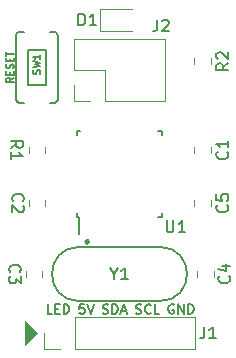
<source format=gbr>
G04 #@! TF.GenerationSoftware,KiCad,Pcbnew,7.0.6*
G04 #@! TF.CreationDate,2023-11-12T09:34:07+05:30*
G04 #@! TF.ProjectId,AVR-Miner,4156522d-4d69-46e6-9572-2e6b69636164,rev?*
G04 #@! TF.SameCoordinates,Original*
G04 #@! TF.FileFunction,Legend,Top*
G04 #@! TF.FilePolarity,Positive*
%FSLAX46Y46*%
G04 Gerber Fmt 4.6, Leading zero omitted, Abs format (unit mm)*
G04 Created by KiCad (PCBNEW 7.0.6) date 2023-11-12 09:34:07*
%MOMM*%
%LPD*%
G01*
G04 APERTURE LIST*
%ADD10C,0.100000*%
%ADD11C,0.150000*%
%ADD12C,0.250000*%
%ADD13C,0.127000*%
%ADD14C,0.120000*%
%ADD15C,0.203200*%
G04 APERTURE END LIST*
D10*
X138000000Y-100000000D02*
X137000000Y-101000000D01*
X137000000Y-99000000D01*
X138000000Y-100000000D01*
G36*
X138000000Y-100000000D02*
G01*
X137000000Y-101000000D01*
X137000000Y-99000000D01*
X138000000Y-100000000D01*
G37*
D11*
X149590476Y-97600390D02*
X149514286Y-97562295D01*
X149514286Y-97562295D02*
X149400000Y-97562295D01*
X149400000Y-97562295D02*
X149285714Y-97600390D01*
X149285714Y-97600390D02*
X149209524Y-97676580D01*
X149209524Y-97676580D02*
X149171429Y-97752771D01*
X149171429Y-97752771D02*
X149133333Y-97905152D01*
X149133333Y-97905152D02*
X149133333Y-98019438D01*
X149133333Y-98019438D02*
X149171429Y-98171819D01*
X149171429Y-98171819D02*
X149209524Y-98248009D01*
X149209524Y-98248009D02*
X149285714Y-98324200D01*
X149285714Y-98324200D02*
X149400000Y-98362295D01*
X149400000Y-98362295D02*
X149476191Y-98362295D01*
X149476191Y-98362295D02*
X149590476Y-98324200D01*
X149590476Y-98324200D02*
X149628572Y-98286104D01*
X149628572Y-98286104D02*
X149628572Y-98019438D01*
X149628572Y-98019438D02*
X149476191Y-98019438D01*
X149971429Y-98362295D02*
X149971429Y-97562295D01*
X149971429Y-97562295D02*
X150428572Y-98362295D01*
X150428572Y-98362295D02*
X150428572Y-97562295D01*
X150809524Y-98362295D02*
X150809524Y-97562295D01*
X150809524Y-97562295D02*
X151000000Y-97562295D01*
X151000000Y-97562295D02*
X151114286Y-97600390D01*
X151114286Y-97600390D02*
X151190476Y-97676580D01*
X151190476Y-97676580D02*
X151228571Y-97752771D01*
X151228571Y-97752771D02*
X151266667Y-97905152D01*
X151266667Y-97905152D02*
X151266667Y-98019438D01*
X151266667Y-98019438D02*
X151228571Y-98171819D01*
X151228571Y-98171819D02*
X151190476Y-98248009D01*
X151190476Y-98248009D02*
X151114286Y-98324200D01*
X151114286Y-98324200D02*
X151000000Y-98362295D01*
X151000000Y-98362295D02*
X150809524Y-98362295D01*
X146376190Y-98324200D02*
X146490476Y-98362295D01*
X146490476Y-98362295D02*
X146680952Y-98362295D01*
X146680952Y-98362295D02*
X146757143Y-98324200D01*
X146757143Y-98324200D02*
X146795238Y-98286104D01*
X146795238Y-98286104D02*
X146833333Y-98209914D01*
X146833333Y-98209914D02*
X146833333Y-98133723D01*
X146833333Y-98133723D02*
X146795238Y-98057533D01*
X146795238Y-98057533D02*
X146757143Y-98019438D01*
X146757143Y-98019438D02*
X146680952Y-97981342D01*
X146680952Y-97981342D02*
X146528571Y-97943247D01*
X146528571Y-97943247D02*
X146452381Y-97905152D01*
X146452381Y-97905152D02*
X146414286Y-97867057D01*
X146414286Y-97867057D02*
X146376190Y-97790866D01*
X146376190Y-97790866D02*
X146376190Y-97714676D01*
X146376190Y-97714676D02*
X146414286Y-97638485D01*
X146414286Y-97638485D02*
X146452381Y-97600390D01*
X146452381Y-97600390D02*
X146528571Y-97562295D01*
X146528571Y-97562295D02*
X146719048Y-97562295D01*
X146719048Y-97562295D02*
X146833333Y-97600390D01*
X147633334Y-98286104D02*
X147595238Y-98324200D01*
X147595238Y-98324200D02*
X147480953Y-98362295D01*
X147480953Y-98362295D02*
X147404762Y-98362295D01*
X147404762Y-98362295D02*
X147290476Y-98324200D01*
X147290476Y-98324200D02*
X147214286Y-98248009D01*
X147214286Y-98248009D02*
X147176191Y-98171819D01*
X147176191Y-98171819D02*
X147138095Y-98019438D01*
X147138095Y-98019438D02*
X147138095Y-97905152D01*
X147138095Y-97905152D02*
X147176191Y-97752771D01*
X147176191Y-97752771D02*
X147214286Y-97676580D01*
X147214286Y-97676580D02*
X147290476Y-97600390D01*
X147290476Y-97600390D02*
X147404762Y-97562295D01*
X147404762Y-97562295D02*
X147480953Y-97562295D01*
X147480953Y-97562295D02*
X147595238Y-97600390D01*
X147595238Y-97600390D02*
X147633334Y-97638485D01*
X148357143Y-98362295D02*
X147976191Y-98362295D01*
X147976191Y-98362295D02*
X147976191Y-97562295D01*
X143580952Y-98324200D02*
X143695238Y-98362295D01*
X143695238Y-98362295D02*
X143885714Y-98362295D01*
X143885714Y-98362295D02*
X143961905Y-98324200D01*
X143961905Y-98324200D02*
X144000000Y-98286104D01*
X144000000Y-98286104D02*
X144038095Y-98209914D01*
X144038095Y-98209914D02*
X144038095Y-98133723D01*
X144038095Y-98133723D02*
X144000000Y-98057533D01*
X144000000Y-98057533D02*
X143961905Y-98019438D01*
X143961905Y-98019438D02*
X143885714Y-97981342D01*
X143885714Y-97981342D02*
X143733333Y-97943247D01*
X143733333Y-97943247D02*
X143657143Y-97905152D01*
X143657143Y-97905152D02*
X143619048Y-97867057D01*
X143619048Y-97867057D02*
X143580952Y-97790866D01*
X143580952Y-97790866D02*
X143580952Y-97714676D01*
X143580952Y-97714676D02*
X143619048Y-97638485D01*
X143619048Y-97638485D02*
X143657143Y-97600390D01*
X143657143Y-97600390D02*
X143733333Y-97562295D01*
X143733333Y-97562295D02*
X143923810Y-97562295D01*
X143923810Y-97562295D02*
X144038095Y-97600390D01*
X144380953Y-98362295D02*
X144380953Y-97562295D01*
X144380953Y-97562295D02*
X144571429Y-97562295D01*
X144571429Y-97562295D02*
X144685715Y-97600390D01*
X144685715Y-97600390D02*
X144761905Y-97676580D01*
X144761905Y-97676580D02*
X144800000Y-97752771D01*
X144800000Y-97752771D02*
X144838096Y-97905152D01*
X144838096Y-97905152D02*
X144838096Y-98019438D01*
X144838096Y-98019438D02*
X144800000Y-98171819D01*
X144800000Y-98171819D02*
X144761905Y-98248009D01*
X144761905Y-98248009D02*
X144685715Y-98324200D01*
X144685715Y-98324200D02*
X144571429Y-98362295D01*
X144571429Y-98362295D02*
X144380953Y-98362295D01*
X145142857Y-98133723D02*
X145523810Y-98133723D01*
X145066667Y-98362295D02*
X145333334Y-97562295D01*
X145333334Y-97562295D02*
X145600000Y-98362295D01*
X139285714Y-98362295D02*
X138904762Y-98362295D01*
X138904762Y-98362295D02*
X138904762Y-97562295D01*
X139552381Y-97943247D02*
X139819047Y-97943247D01*
X139933333Y-98362295D02*
X139552381Y-98362295D01*
X139552381Y-98362295D02*
X139552381Y-97562295D01*
X139552381Y-97562295D02*
X139933333Y-97562295D01*
X140276191Y-98362295D02*
X140276191Y-97562295D01*
X140276191Y-97562295D02*
X140466667Y-97562295D01*
X140466667Y-97562295D02*
X140580953Y-97600390D01*
X140580953Y-97600390D02*
X140657143Y-97676580D01*
X140657143Y-97676580D02*
X140695238Y-97752771D01*
X140695238Y-97752771D02*
X140733334Y-97905152D01*
X140733334Y-97905152D02*
X140733334Y-98019438D01*
X140733334Y-98019438D02*
X140695238Y-98171819D01*
X140695238Y-98171819D02*
X140657143Y-98248009D01*
X140657143Y-98248009D02*
X140580953Y-98324200D01*
X140580953Y-98324200D02*
X140466667Y-98362295D01*
X140466667Y-98362295D02*
X140276191Y-98362295D01*
X142004762Y-97562295D02*
X141623810Y-97562295D01*
X141623810Y-97562295D02*
X141585714Y-97943247D01*
X141585714Y-97943247D02*
X141623810Y-97905152D01*
X141623810Y-97905152D02*
X141700000Y-97867057D01*
X141700000Y-97867057D02*
X141890476Y-97867057D01*
X141890476Y-97867057D02*
X141966667Y-97905152D01*
X141966667Y-97905152D02*
X142004762Y-97943247D01*
X142004762Y-97943247D02*
X142042857Y-98019438D01*
X142042857Y-98019438D02*
X142042857Y-98209914D01*
X142042857Y-98209914D02*
X142004762Y-98286104D01*
X142004762Y-98286104D02*
X141966667Y-98324200D01*
X141966667Y-98324200D02*
X141890476Y-98362295D01*
X141890476Y-98362295D02*
X141700000Y-98362295D01*
X141700000Y-98362295D02*
X141623810Y-98324200D01*
X141623810Y-98324200D02*
X141585714Y-98286104D01*
X142271429Y-97562295D02*
X142538096Y-98362295D01*
X142538096Y-98362295D02*
X142804762Y-97562295D01*
D12*
X142200000Y-92089142D02*
X142342857Y-92232000D01*
X142342857Y-92232000D02*
X142200000Y-92374857D01*
X142200000Y-92374857D02*
X142057143Y-92232000D01*
X142057143Y-92232000D02*
X142200000Y-92089142D01*
X142200000Y-92089142D02*
X142200000Y-92374857D01*
D11*
X154259580Y-95166666D02*
X154307200Y-95214285D01*
X154307200Y-95214285D02*
X154354819Y-95357142D01*
X154354819Y-95357142D02*
X154354819Y-95452380D01*
X154354819Y-95452380D02*
X154307200Y-95595237D01*
X154307200Y-95595237D02*
X154211961Y-95690475D01*
X154211961Y-95690475D02*
X154116723Y-95738094D01*
X154116723Y-95738094D02*
X153926247Y-95785713D01*
X153926247Y-95785713D02*
X153783390Y-95785713D01*
X153783390Y-95785713D02*
X153592914Y-95738094D01*
X153592914Y-95738094D02*
X153497676Y-95690475D01*
X153497676Y-95690475D02*
X153402438Y-95595237D01*
X153402438Y-95595237D02*
X153354819Y-95452380D01*
X153354819Y-95452380D02*
X153354819Y-95357142D01*
X153354819Y-95357142D02*
X153402438Y-95214285D01*
X153402438Y-95214285D02*
X153450057Y-95166666D01*
X153688152Y-94309523D02*
X154354819Y-94309523D01*
X153307200Y-94547618D02*
X154021485Y-94785713D01*
X154021485Y-94785713D02*
X154021485Y-94166666D01*
X154109580Y-84666666D02*
X154157200Y-84714285D01*
X154157200Y-84714285D02*
X154204819Y-84857142D01*
X154204819Y-84857142D02*
X154204819Y-84952380D01*
X154204819Y-84952380D02*
X154157200Y-85095237D01*
X154157200Y-85095237D02*
X154061961Y-85190475D01*
X154061961Y-85190475D02*
X153966723Y-85238094D01*
X153966723Y-85238094D02*
X153776247Y-85285713D01*
X153776247Y-85285713D02*
X153633390Y-85285713D01*
X153633390Y-85285713D02*
X153442914Y-85238094D01*
X153442914Y-85238094D02*
X153347676Y-85190475D01*
X153347676Y-85190475D02*
X153252438Y-85095237D01*
X153252438Y-85095237D02*
X153204819Y-84952380D01*
X153204819Y-84952380D02*
X153204819Y-84857142D01*
X153204819Y-84857142D02*
X153252438Y-84714285D01*
X153252438Y-84714285D02*
X153300057Y-84666666D01*
X154204819Y-83714285D02*
X154204819Y-84285713D01*
X154204819Y-83999999D02*
X153204819Y-83999999D01*
X153204819Y-83999999D02*
X153347676Y-84095237D01*
X153347676Y-84095237D02*
X153442914Y-84190475D01*
X153442914Y-84190475D02*
X153490533Y-84285713D01*
X135740419Y-94833333D02*
X135692800Y-94785714D01*
X135692800Y-94785714D02*
X135645180Y-94642857D01*
X135645180Y-94642857D02*
X135645180Y-94547619D01*
X135645180Y-94547619D02*
X135692800Y-94404762D01*
X135692800Y-94404762D02*
X135788038Y-94309524D01*
X135788038Y-94309524D02*
X135883276Y-94261905D01*
X135883276Y-94261905D02*
X136073752Y-94214286D01*
X136073752Y-94214286D02*
X136216609Y-94214286D01*
X136216609Y-94214286D02*
X136407085Y-94261905D01*
X136407085Y-94261905D02*
X136502323Y-94309524D01*
X136502323Y-94309524D02*
X136597561Y-94404762D01*
X136597561Y-94404762D02*
X136645180Y-94547619D01*
X136645180Y-94547619D02*
X136645180Y-94642857D01*
X136645180Y-94642857D02*
X136597561Y-94785714D01*
X136597561Y-94785714D02*
X136549942Y-94833333D01*
X136645180Y-95166667D02*
X136645180Y-95785714D01*
X136645180Y-95785714D02*
X136264228Y-95452381D01*
X136264228Y-95452381D02*
X136264228Y-95595238D01*
X136264228Y-95595238D02*
X136216609Y-95690476D01*
X136216609Y-95690476D02*
X136168990Y-95738095D01*
X136168990Y-95738095D02*
X136073752Y-95785714D01*
X136073752Y-95785714D02*
X135835657Y-95785714D01*
X135835657Y-95785714D02*
X135740419Y-95738095D01*
X135740419Y-95738095D02*
X135692800Y-95690476D01*
X135692800Y-95690476D02*
X135645180Y-95595238D01*
X135645180Y-95595238D02*
X135645180Y-95309524D01*
X135645180Y-95309524D02*
X135692800Y-95214286D01*
X135692800Y-95214286D02*
X135740419Y-95166667D01*
X154109580Y-89166666D02*
X154157200Y-89214285D01*
X154157200Y-89214285D02*
X154204819Y-89357142D01*
X154204819Y-89357142D02*
X154204819Y-89452380D01*
X154204819Y-89452380D02*
X154157200Y-89595237D01*
X154157200Y-89595237D02*
X154061961Y-89690475D01*
X154061961Y-89690475D02*
X153966723Y-89738094D01*
X153966723Y-89738094D02*
X153776247Y-89785713D01*
X153776247Y-89785713D02*
X153633390Y-89785713D01*
X153633390Y-89785713D02*
X153442914Y-89738094D01*
X153442914Y-89738094D02*
X153347676Y-89690475D01*
X153347676Y-89690475D02*
X153252438Y-89595237D01*
X153252438Y-89595237D02*
X153204819Y-89452380D01*
X153204819Y-89452380D02*
X153204819Y-89357142D01*
X153204819Y-89357142D02*
X153252438Y-89214285D01*
X153252438Y-89214285D02*
X153300057Y-89166666D01*
X153204819Y-88261904D02*
X153204819Y-88738094D01*
X153204819Y-88738094D02*
X153681009Y-88785713D01*
X153681009Y-88785713D02*
X153633390Y-88738094D01*
X153633390Y-88738094D02*
X153585771Y-88642856D01*
X153585771Y-88642856D02*
X153585771Y-88404761D01*
X153585771Y-88404761D02*
X153633390Y-88309523D01*
X153633390Y-88309523D02*
X153681009Y-88261904D01*
X153681009Y-88261904D02*
X153776247Y-88214285D01*
X153776247Y-88214285D02*
X154014342Y-88214285D01*
X154014342Y-88214285D02*
X154109580Y-88261904D01*
X154109580Y-88261904D02*
X154157200Y-88309523D01*
X154157200Y-88309523D02*
X154204819Y-88404761D01*
X154204819Y-88404761D02*
X154204819Y-88642856D01*
X154204819Y-88642856D02*
X154157200Y-88738094D01*
X154157200Y-88738094D02*
X154109580Y-88785713D01*
X141511905Y-73954819D02*
X141511905Y-72954819D01*
X141511905Y-72954819D02*
X141750000Y-72954819D01*
X141750000Y-72954819D02*
X141892857Y-73002438D01*
X141892857Y-73002438D02*
X141988095Y-73097676D01*
X141988095Y-73097676D02*
X142035714Y-73192914D01*
X142035714Y-73192914D02*
X142083333Y-73383390D01*
X142083333Y-73383390D02*
X142083333Y-73526247D01*
X142083333Y-73526247D02*
X142035714Y-73716723D01*
X142035714Y-73716723D02*
X141988095Y-73811961D01*
X141988095Y-73811961D02*
X141892857Y-73907200D01*
X141892857Y-73907200D02*
X141750000Y-73954819D01*
X141750000Y-73954819D02*
X141511905Y-73954819D01*
X143035714Y-73954819D02*
X142464286Y-73954819D01*
X142750000Y-73954819D02*
X142750000Y-72954819D01*
X142750000Y-72954819D02*
X142654762Y-73097676D01*
X142654762Y-73097676D02*
X142559524Y-73192914D01*
X142559524Y-73192914D02*
X142464286Y-73240533D01*
X148176666Y-73454819D02*
X148176666Y-74169104D01*
X148176666Y-74169104D02*
X148129047Y-74311961D01*
X148129047Y-74311961D02*
X148033809Y-74407200D01*
X148033809Y-74407200D02*
X147890952Y-74454819D01*
X147890952Y-74454819D02*
X147795714Y-74454819D01*
X148605238Y-73550057D02*
X148652857Y-73502438D01*
X148652857Y-73502438D02*
X148748095Y-73454819D01*
X148748095Y-73454819D02*
X148986190Y-73454819D01*
X148986190Y-73454819D02*
X149081428Y-73502438D01*
X149081428Y-73502438D02*
X149129047Y-73550057D01*
X149129047Y-73550057D02*
X149176666Y-73645295D01*
X149176666Y-73645295D02*
X149176666Y-73740533D01*
X149176666Y-73740533D02*
X149129047Y-73883390D01*
X149129047Y-73883390D02*
X148557619Y-74454819D01*
X148557619Y-74454819D02*
X149176666Y-74454819D01*
X154204819Y-77166666D02*
X153728628Y-77499999D01*
X154204819Y-77738094D02*
X153204819Y-77738094D01*
X153204819Y-77738094D02*
X153204819Y-77357142D01*
X153204819Y-77357142D02*
X153252438Y-77261904D01*
X153252438Y-77261904D02*
X153300057Y-77214285D01*
X153300057Y-77214285D02*
X153395295Y-77166666D01*
X153395295Y-77166666D02*
X153538152Y-77166666D01*
X153538152Y-77166666D02*
X153633390Y-77214285D01*
X153633390Y-77214285D02*
X153681009Y-77261904D01*
X153681009Y-77261904D02*
X153728628Y-77357142D01*
X153728628Y-77357142D02*
X153728628Y-77738094D01*
X153300057Y-76785713D02*
X153252438Y-76738094D01*
X153252438Y-76738094D02*
X153204819Y-76642856D01*
X153204819Y-76642856D02*
X153204819Y-76404761D01*
X153204819Y-76404761D02*
X153252438Y-76309523D01*
X153252438Y-76309523D02*
X153300057Y-76261904D01*
X153300057Y-76261904D02*
X153395295Y-76214285D01*
X153395295Y-76214285D02*
X153490533Y-76214285D01*
X153490533Y-76214285D02*
X153633390Y-76261904D01*
X153633390Y-76261904D02*
X154204819Y-76833332D01*
X154204819Y-76833332D02*
X154204819Y-76214285D01*
D13*
X138246380Y-78062799D02*
X138275408Y-77975714D01*
X138275408Y-77975714D02*
X138275408Y-77830571D01*
X138275408Y-77830571D02*
X138246380Y-77772514D01*
X138246380Y-77772514D02*
X138217351Y-77743485D01*
X138217351Y-77743485D02*
X138159294Y-77714456D01*
X138159294Y-77714456D02*
X138101237Y-77714456D01*
X138101237Y-77714456D02*
X138043180Y-77743485D01*
X138043180Y-77743485D02*
X138014151Y-77772514D01*
X138014151Y-77772514D02*
X137985122Y-77830571D01*
X137985122Y-77830571D02*
X137956094Y-77946685D01*
X137956094Y-77946685D02*
X137927065Y-78004742D01*
X137927065Y-78004742D02*
X137898037Y-78033771D01*
X137898037Y-78033771D02*
X137839980Y-78062799D01*
X137839980Y-78062799D02*
X137781922Y-78062799D01*
X137781922Y-78062799D02*
X137723865Y-78033771D01*
X137723865Y-78033771D02*
X137694837Y-78004742D01*
X137694837Y-78004742D02*
X137665808Y-77946685D01*
X137665808Y-77946685D02*
X137665808Y-77801542D01*
X137665808Y-77801542D02*
X137694837Y-77714456D01*
X137665808Y-77511257D02*
X138275408Y-77366114D01*
X138275408Y-77366114D02*
X137839980Y-77250000D01*
X137839980Y-77250000D02*
X138275408Y-77133885D01*
X138275408Y-77133885D02*
X137665808Y-76988743D01*
X138275408Y-76437199D02*
X138275408Y-76785542D01*
X138275408Y-76611371D02*
X137665808Y-76611371D01*
X137665808Y-76611371D02*
X137752894Y-76669428D01*
X137752894Y-76669428D02*
X137810951Y-76727485D01*
X137810951Y-76727485D02*
X137839980Y-76785542D01*
X136025408Y-78385371D02*
X135735122Y-78588571D01*
X136025408Y-78733714D02*
X135415808Y-78733714D01*
X135415808Y-78733714D02*
X135415808Y-78501485D01*
X135415808Y-78501485D02*
X135444837Y-78443428D01*
X135444837Y-78443428D02*
X135473865Y-78414399D01*
X135473865Y-78414399D02*
X135531922Y-78385371D01*
X135531922Y-78385371D02*
X135619008Y-78385371D01*
X135619008Y-78385371D02*
X135677065Y-78414399D01*
X135677065Y-78414399D02*
X135706094Y-78443428D01*
X135706094Y-78443428D02*
X135735122Y-78501485D01*
X135735122Y-78501485D02*
X135735122Y-78733714D01*
X135706094Y-78124114D02*
X135706094Y-77920914D01*
X136025408Y-77833828D02*
X136025408Y-78124114D01*
X136025408Y-78124114D02*
X135415808Y-78124114D01*
X135415808Y-78124114D02*
X135415808Y-77833828D01*
X135996380Y-77601599D02*
X136025408Y-77514514D01*
X136025408Y-77514514D02*
X136025408Y-77369371D01*
X136025408Y-77369371D02*
X135996380Y-77311314D01*
X135996380Y-77311314D02*
X135967351Y-77282285D01*
X135967351Y-77282285D02*
X135909294Y-77253256D01*
X135909294Y-77253256D02*
X135851237Y-77253256D01*
X135851237Y-77253256D02*
X135793180Y-77282285D01*
X135793180Y-77282285D02*
X135764151Y-77311314D01*
X135764151Y-77311314D02*
X135735122Y-77369371D01*
X135735122Y-77369371D02*
X135706094Y-77485485D01*
X135706094Y-77485485D02*
X135677065Y-77543542D01*
X135677065Y-77543542D02*
X135648037Y-77572571D01*
X135648037Y-77572571D02*
X135589980Y-77601599D01*
X135589980Y-77601599D02*
X135531922Y-77601599D01*
X135531922Y-77601599D02*
X135473865Y-77572571D01*
X135473865Y-77572571D02*
X135444837Y-77543542D01*
X135444837Y-77543542D02*
X135415808Y-77485485D01*
X135415808Y-77485485D02*
X135415808Y-77340342D01*
X135415808Y-77340342D02*
X135444837Y-77253256D01*
X135706094Y-76992000D02*
X135706094Y-76788800D01*
X136025408Y-76701714D02*
X136025408Y-76992000D01*
X136025408Y-76992000D02*
X135415808Y-76992000D01*
X135415808Y-76992000D02*
X135415808Y-76701714D01*
X135415808Y-76527542D02*
X135415808Y-76179200D01*
X136025408Y-76353371D02*
X135415808Y-76353371D01*
D11*
X148988095Y-90454819D02*
X148988095Y-91264342D01*
X148988095Y-91264342D02*
X149035714Y-91359580D01*
X149035714Y-91359580D02*
X149083333Y-91407200D01*
X149083333Y-91407200D02*
X149178571Y-91454819D01*
X149178571Y-91454819D02*
X149369047Y-91454819D01*
X149369047Y-91454819D02*
X149464285Y-91407200D01*
X149464285Y-91407200D02*
X149511904Y-91359580D01*
X149511904Y-91359580D02*
X149559523Y-91264342D01*
X149559523Y-91264342D02*
X149559523Y-90454819D01*
X150559523Y-91454819D02*
X149988095Y-91454819D01*
X150273809Y-91454819D02*
X150273809Y-90454819D01*
X150273809Y-90454819D02*
X150178571Y-90597676D01*
X150178571Y-90597676D02*
X150083333Y-90692914D01*
X150083333Y-90692914D02*
X149988095Y-90740533D01*
X144523809Y-94978628D02*
X144523809Y-95454819D01*
X144190476Y-94454819D02*
X144523809Y-94978628D01*
X144523809Y-94978628D02*
X144857142Y-94454819D01*
X145714285Y-95454819D02*
X145142857Y-95454819D01*
X145428571Y-95454819D02*
X145428571Y-94454819D01*
X145428571Y-94454819D02*
X145333333Y-94597676D01*
X145333333Y-94597676D02*
X145238095Y-94692914D01*
X145238095Y-94692914D02*
X145142857Y-94740533D01*
X135795180Y-84333333D02*
X136271371Y-84000000D01*
X135795180Y-83761905D02*
X136795180Y-83761905D01*
X136795180Y-83761905D02*
X136795180Y-84142857D01*
X136795180Y-84142857D02*
X136747561Y-84238095D01*
X136747561Y-84238095D02*
X136699942Y-84285714D01*
X136699942Y-84285714D02*
X136604704Y-84333333D01*
X136604704Y-84333333D02*
X136461847Y-84333333D01*
X136461847Y-84333333D02*
X136366609Y-84285714D01*
X136366609Y-84285714D02*
X136318990Y-84238095D01*
X136318990Y-84238095D02*
X136271371Y-84142857D01*
X136271371Y-84142857D02*
X136271371Y-83761905D01*
X135795180Y-85285714D02*
X135795180Y-84714286D01*
X135795180Y-85000000D02*
X136795180Y-85000000D01*
X136795180Y-85000000D02*
X136652323Y-84904762D01*
X136652323Y-84904762D02*
X136557085Y-84809524D01*
X136557085Y-84809524D02*
X136509466Y-84714286D01*
X135990419Y-88833334D02*
X135942800Y-88785715D01*
X135942800Y-88785715D02*
X135895180Y-88642858D01*
X135895180Y-88642858D02*
X135895180Y-88547620D01*
X135895180Y-88547620D02*
X135942800Y-88404763D01*
X135942800Y-88404763D02*
X136038038Y-88309525D01*
X136038038Y-88309525D02*
X136133276Y-88261906D01*
X136133276Y-88261906D02*
X136323752Y-88214287D01*
X136323752Y-88214287D02*
X136466609Y-88214287D01*
X136466609Y-88214287D02*
X136657085Y-88261906D01*
X136657085Y-88261906D02*
X136752323Y-88309525D01*
X136752323Y-88309525D02*
X136847561Y-88404763D01*
X136847561Y-88404763D02*
X136895180Y-88547620D01*
X136895180Y-88547620D02*
X136895180Y-88642858D01*
X136895180Y-88642858D02*
X136847561Y-88785715D01*
X136847561Y-88785715D02*
X136799942Y-88833334D01*
X136799942Y-89214287D02*
X136847561Y-89261906D01*
X136847561Y-89261906D02*
X136895180Y-89357144D01*
X136895180Y-89357144D02*
X136895180Y-89595239D01*
X136895180Y-89595239D02*
X136847561Y-89690477D01*
X136847561Y-89690477D02*
X136799942Y-89738096D01*
X136799942Y-89738096D02*
X136704704Y-89785715D01*
X136704704Y-89785715D02*
X136609466Y-89785715D01*
X136609466Y-89785715D02*
X136466609Y-89738096D01*
X136466609Y-89738096D02*
X135895180Y-89166668D01*
X135895180Y-89166668D02*
X135895180Y-89785715D01*
X152166666Y-99454819D02*
X152166666Y-100169104D01*
X152166666Y-100169104D02*
X152119047Y-100311961D01*
X152119047Y-100311961D02*
X152023809Y-100407200D01*
X152023809Y-100407200D02*
X151880952Y-100454819D01*
X151880952Y-100454819D02*
X151785714Y-100454819D01*
X153166666Y-100454819D02*
X152595238Y-100454819D01*
X152880952Y-100454819D02*
X152880952Y-99454819D01*
X152880952Y-99454819D02*
X152785714Y-99597676D01*
X152785714Y-99597676D02*
X152690476Y-99692914D01*
X152690476Y-99692914D02*
X152595238Y-99740533D01*
D14*
G04 #@! TO.C,C4*
X152960000Y-94741422D02*
X152960000Y-95258578D01*
X151540000Y-94741422D02*
X151540000Y-95258578D01*
G04 #@! TO.C,C1*
X151290000Y-84758578D02*
X151290000Y-84241422D01*
X152710000Y-84758578D02*
X152710000Y-84241422D01*
G04 #@! TO.C,C3*
X137040000Y-95258578D02*
X137040000Y-94741422D01*
X138460000Y-95258578D02*
X138460000Y-94741422D01*
G04 #@! TO.C,C5*
X152710000Y-88741422D02*
X152710000Y-89258578D01*
X151290000Y-88741422D02*
X151290000Y-89258578D01*
G04 #@! TO.C,D1*
X143325000Y-72540000D02*
X143325000Y-74460000D01*
X143325000Y-74460000D02*
X146010000Y-74460000D01*
X146010000Y-72540000D02*
X143325000Y-72540000D01*
G04 #@! TO.C,J2*
X141145000Y-80330000D02*
X141145000Y-79000000D01*
X142475000Y-80330000D02*
X141145000Y-80330000D01*
X143745000Y-80330000D02*
X148885000Y-80330000D01*
X143745000Y-80330000D02*
X143745000Y-77730000D01*
X148885000Y-80330000D02*
X148885000Y-75130000D01*
X141145000Y-77730000D02*
X141145000Y-75130000D01*
X143745000Y-77730000D02*
X141145000Y-77730000D01*
X141145000Y-75130000D02*
X148885000Y-75130000D01*
G04 #@! TO.C,R2*
X151290000Y-77258578D02*
X151290000Y-76741422D01*
X152710000Y-77258578D02*
X152710000Y-76741422D01*
D15*
G04 #@! TO.C,SW1*
X136900180Y-80499740D02*
X136501400Y-80499740D01*
X139498600Y-80499740D02*
X139099820Y-80499740D01*
X136252480Y-80248280D02*
X136252480Y-74751720D01*
X137250700Y-78998600D02*
X137250700Y-76001400D01*
X138749300Y-78998600D02*
X137250700Y-78998600D01*
X138749300Y-76001400D02*
X138749300Y-78998600D01*
X138749300Y-76001400D02*
X137250700Y-76001400D01*
X139747520Y-74751720D02*
X139747520Y-80248280D01*
X136900180Y-74500260D02*
X136501400Y-74500260D01*
X139498600Y-74500260D02*
X139099820Y-74500260D01*
X136249940Y-80248280D02*
G75*
G03*
X136501400Y-80499740I251460J0D01*
G01*
X139498600Y-80497200D02*
G75*
G03*
X139747520Y-80248280I0J248920D01*
G01*
X136501400Y-74502780D02*
G75*
G03*
X136252480Y-74751720I0J-248920D01*
G01*
X139750040Y-74751720D02*
G75*
G03*
X139498600Y-74500260I-251440J20D01*
G01*
D11*
G04 #@! TO.C,U1*
X141365000Y-90155000D02*
X141590000Y-90155000D01*
X141365000Y-90155000D02*
X141365000Y-89830000D01*
X141590000Y-90155000D02*
X141590000Y-91580000D01*
X148615000Y-90155000D02*
X148290000Y-90155000D01*
X148615000Y-90155000D02*
X148615000Y-89830000D01*
X141365000Y-82905000D02*
X141365000Y-83230000D01*
X141365000Y-82905000D02*
X141690000Y-82905000D01*
X148615000Y-82905000D02*
X148615000Y-83230000D01*
X148615000Y-82905000D02*
X148290000Y-82905000D01*
D15*
G04 #@! TO.C,Y1*
X141561000Y-97286000D02*
X148419000Y-97286000D01*
X148419000Y-92714000D02*
X141561000Y-92714000D01*
X141561000Y-92714000D02*
G75*
G03*
X141561000Y-97286000I0J-2286000D01*
G01*
X148419000Y-97286000D02*
G75*
G03*
X148419000Y-92714000I0J2286000D01*
G01*
D14*
G04 #@! TO.C,R1*
X138710000Y-84241422D02*
X138710000Y-84758578D01*
X137290000Y-84241422D02*
X137290000Y-84758578D01*
G04 #@! TO.C,C2*
X137290000Y-89258578D02*
X137290000Y-88741422D01*
X138710000Y-89258578D02*
X138710000Y-88741422D01*
G04 #@! TO.C,J1*
X138595000Y-101330000D02*
X138595000Y-100000000D01*
X139925000Y-101330000D02*
X138595000Y-101330000D01*
X141195000Y-101330000D02*
X151415000Y-101330000D01*
X141195000Y-101330000D02*
X141195000Y-98670000D01*
X151415000Y-101330000D02*
X151415000Y-98670000D01*
X141195000Y-98670000D02*
X151415000Y-98670000D01*
G04 #@! TD*
M02*

</source>
